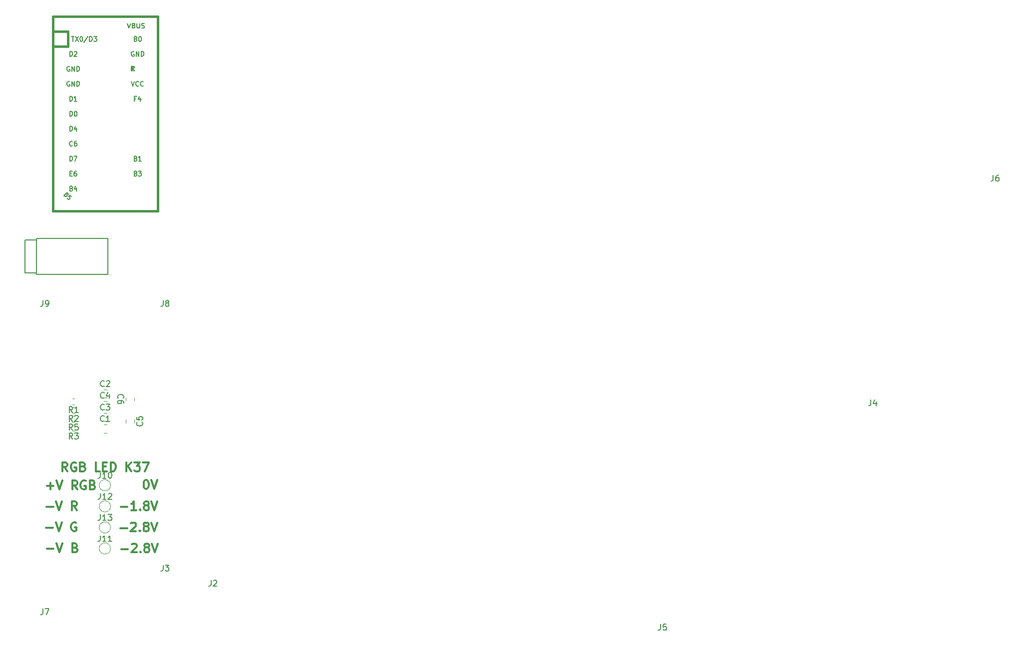
<source format=gto>
G04 #@! TF.GenerationSoftware,KiCad,Pcbnew,(5.1.6)-1*
G04 #@! TF.CreationDate,2020-11-25T22:12:27-08:00*
G04 #@! TF.ProjectId,ortho_right,6f727468-6f5f-4726-9967-68742e6b6963,rev?*
G04 #@! TF.SameCoordinates,Original*
G04 #@! TF.FileFunction,Legend,Top*
G04 #@! TF.FilePolarity,Positive*
%FSLAX46Y46*%
G04 Gerber Fmt 4.6, Leading zero omitted, Abs format (unit mm)*
G04 Created by KiCad (PCBNEW (5.1.6)-1) date 2020-11-25 22:12:27*
%MOMM*%
%LPD*%
G01*
G04 APERTURE LIST*
%ADD10C,0.300000*%
%ADD11C,0.120000*%
%ADD12C,0.381000*%
%ADD13C,0.150000*%
G04 APERTURE END LIST*
D10*
X221942114Y-94530171D02*
X222084971Y-94530171D01*
X222227828Y-94601600D01*
X222299257Y-94673028D01*
X222370685Y-94815885D01*
X222442114Y-95101600D01*
X222442114Y-95458742D01*
X222370685Y-95744457D01*
X222299257Y-95887314D01*
X222227828Y-95958742D01*
X222084971Y-96030171D01*
X221942114Y-96030171D01*
X221799257Y-95958742D01*
X221727828Y-95887314D01*
X221656400Y-95744457D01*
X221584971Y-95458742D01*
X221584971Y-95101600D01*
X221656400Y-94815885D01*
X221727828Y-94673028D01*
X221799257Y-94601600D01*
X221942114Y-94530171D01*
X222870685Y-94530171D02*
X223370685Y-96030171D01*
X223870685Y-94530171D01*
X217700600Y-99107875D02*
X218843457Y-99107875D01*
X220343457Y-99679304D02*
X219486314Y-99679304D01*
X219914885Y-99679304D02*
X219914885Y-98179304D01*
X219772028Y-98393590D01*
X219629171Y-98536447D01*
X219486314Y-98607875D01*
X220986314Y-99536447D02*
X221057742Y-99607875D01*
X220986314Y-99679304D01*
X220914885Y-99607875D01*
X220986314Y-99536447D01*
X220986314Y-99679304D01*
X221914885Y-98822161D02*
X221772028Y-98750733D01*
X221700600Y-98679304D01*
X221629171Y-98536447D01*
X221629171Y-98465018D01*
X221700600Y-98322161D01*
X221772028Y-98250733D01*
X221914885Y-98179304D01*
X222200600Y-98179304D01*
X222343457Y-98250733D01*
X222414885Y-98322161D01*
X222486314Y-98465018D01*
X222486314Y-98536447D01*
X222414885Y-98679304D01*
X222343457Y-98750733D01*
X222200600Y-98822161D01*
X221914885Y-98822161D01*
X221772028Y-98893590D01*
X221700600Y-98965018D01*
X221629171Y-99107875D01*
X221629171Y-99393590D01*
X221700600Y-99536447D01*
X221772028Y-99607875D01*
X221914885Y-99679304D01*
X222200600Y-99679304D01*
X222343457Y-99607875D01*
X222414885Y-99536447D01*
X222486314Y-99393590D01*
X222486314Y-99107875D01*
X222414885Y-98965018D01*
X222343457Y-98893590D01*
X222200600Y-98822161D01*
X222914885Y-98179304D02*
X223414885Y-99679304D01*
X223914885Y-98179304D01*
X217649800Y-102680808D02*
X218792657Y-102680808D01*
X219435514Y-101895094D02*
X219506942Y-101823666D01*
X219649800Y-101752237D01*
X220006942Y-101752237D01*
X220149800Y-101823666D01*
X220221228Y-101895094D01*
X220292657Y-102037951D01*
X220292657Y-102180808D01*
X220221228Y-102395094D01*
X219364085Y-103252237D01*
X220292657Y-103252237D01*
X220935514Y-103109380D02*
X221006942Y-103180808D01*
X220935514Y-103252237D01*
X220864085Y-103180808D01*
X220935514Y-103109380D01*
X220935514Y-103252237D01*
X221864085Y-102395094D02*
X221721228Y-102323666D01*
X221649800Y-102252237D01*
X221578371Y-102109380D01*
X221578371Y-102037951D01*
X221649800Y-101895094D01*
X221721228Y-101823666D01*
X221864085Y-101752237D01*
X222149800Y-101752237D01*
X222292657Y-101823666D01*
X222364085Y-101895094D01*
X222435514Y-102037951D01*
X222435514Y-102109380D01*
X222364085Y-102252237D01*
X222292657Y-102323666D01*
X222149800Y-102395094D01*
X221864085Y-102395094D01*
X221721228Y-102466523D01*
X221649800Y-102537951D01*
X221578371Y-102680808D01*
X221578371Y-102966523D01*
X221649800Y-103109380D01*
X221721228Y-103180808D01*
X221864085Y-103252237D01*
X222149800Y-103252237D01*
X222292657Y-103180808D01*
X222364085Y-103109380D01*
X222435514Y-102966523D01*
X222435514Y-102680808D01*
X222364085Y-102537951D01*
X222292657Y-102466523D01*
X222149800Y-102395094D01*
X222864085Y-101752237D02*
X223364085Y-103252237D01*
X223864085Y-101752237D01*
X217776800Y-106253742D02*
X218919657Y-106253742D01*
X219562514Y-105468028D02*
X219633942Y-105396600D01*
X219776800Y-105325171D01*
X220133942Y-105325171D01*
X220276800Y-105396600D01*
X220348228Y-105468028D01*
X220419657Y-105610885D01*
X220419657Y-105753742D01*
X220348228Y-105968028D01*
X219491085Y-106825171D01*
X220419657Y-106825171D01*
X221062514Y-106682314D02*
X221133942Y-106753742D01*
X221062514Y-106825171D01*
X220991085Y-106753742D01*
X221062514Y-106682314D01*
X221062514Y-106825171D01*
X221991085Y-105968028D02*
X221848228Y-105896600D01*
X221776800Y-105825171D01*
X221705371Y-105682314D01*
X221705371Y-105610885D01*
X221776800Y-105468028D01*
X221848228Y-105396600D01*
X221991085Y-105325171D01*
X222276800Y-105325171D01*
X222419657Y-105396600D01*
X222491085Y-105468028D01*
X222562514Y-105610885D01*
X222562514Y-105682314D01*
X222491085Y-105825171D01*
X222419657Y-105896600D01*
X222276800Y-105968028D01*
X221991085Y-105968028D01*
X221848228Y-106039457D01*
X221776800Y-106110885D01*
X221705371Y-106253742D01*
X221705371Y-106539457D01*
X221776800Y-106682314D01*
X221848228Y-106753742D01*
X221991085Y-106825171D01*
X222276800Y-106825171D01*
X222419657Y-106753742D01*
X222491085Y-106682314D01*
X222562514Y-106539457D01*
X222562514Y-106253742D01*
X222491085Y-106110885D01*
X222419657Y-106039457D01*
X222276800Y-105968028D01*
X222991085Y-105325171D02*
X223491085Y-106825171D01*
X223991085Y-105325171D01*
X208668942Y-93032971D02*
X208168942Y-92318685D01*
X207811800Y-93032971D02*
X207811800Y-91532971D01*
X208383228Y-91532971D01*
X208526085Y-91604400D01*
X208597514Y-91675828D01*
X208668942Y-91818685D01*
X208668942Y-92032971D01*
X208597514Y-92175828D01*
X208526085Y-92247257D01*
X208383228Y-92318685D01*
X207811800Y-92318685D01*
X210097514Y-91604400D02*
X209954657Y-91532971D01*
X209740371Y-91532971D01*
X209526085Y-91604400D01*
X209383228Y-91747257D01*
X209311800Y-91890114D01*
X209240371Y-92175828D01*
X209240371Y-92390114D01*
X209311800Y-92675828D01*
X209383228Y-92818685D01*
X209526085Y-92961542D01*
X209740371Y-93032971D01*
X209883228Y-93032971D01*
X210097514Y-92961542D01*
X210168942Y-92890114D01*
X210168942Y-92390114D01*
X209883228Y-92390114D01*
X211311800Y-92247257D02*
X211526085Y-92318685D01*
X211597514Y-92390114D01*
X211668942Y-92532971D01*
X211668942Y-92747257D01*
X211597514Y-92890114D01*
X211526085Y-92961542D01*
X211383228Y-93032971D01*
X210811800Y-93032971D01*
X210811800Y-91532971D01*
X211311800Y-91532971D01*
X211454657Y-91604400D01*
X211526085Y-91675828D01*
X211597514Y-91818685D01*
X211597514Y-91961542D01*
X211526085Y-92104400D01*
X211454657Y-92175828D01*
X211311800Y-92247257D01*
X210811800Y-92247257D01*
X214168942Y-93032971D02*
X213454657Y-93032971D01*
X213454657Y-91532971D01*
X214668942Y-92247257D02*
X215168942Y-92247257D01*
X215383228Y-93032971D02*
X214668942Y-93032971D01*
X214668942Y-91532971D01*
X215383228Y-91532971D01*
X216026085Y-93032971D02*
X216026085Y-91532971D01*
X216383228Y-91532971D01*
X216597514Y-91604400D01*
X216740371Y-91747257D01*
X216811800Y-91890114D01*
X216883228Y-92175828D01*
X216883228Y-92390114D01*
X216811800Y-92675828D01*
X216740371Y-92818685D01*
X216597514Y-92961542D01*
X216383228Y-93032971D01*
X216026085Y-93032971D01*
X218668942Y-93032971D02*
X218668942Y-91532971D01*
X219526085Y-93032971D02*
X218883228Y-92175828D01*
X219526085Y-91532971D02*
X218668942Y-92390114D01*
X220026085Y-91532971D02*
X220954657Y-91532971D01*
X220454657Y-92104400D01*
X220668942Y-92104400D01*
X220811800Y-92175828D01*
X220883228Y-92247257D01*
X220954657Y-92390114D01*
X220954657Y-92747257D01*
X220883228Y-92890114D01*
X220811800Y-92961542D01*
X220668942Y-93032971D01*
X220240371Y-93032971D01*
X220097514Y-92961542D01*
X220026085Y-92890114D01*
X221454657Y-91532971D02*
X222454657Y-91532971D01*
X221811800Y-93032971D01*
X205185485Y-106228342D02*
X206328342Y-106228342D01*
X206828342Y-105299771D02*
X207328342Y-106799771D01*
X207828342Y-105299771D01*
X209971200Y-106014057D02*
X210185485Y-106085485D01*
X210256914Y-106156914D01*
X210328342Y-106299771D01*
X210328342Y-106514057D01*
X210256914Y-106656914D01*
X210185485Y-106728342D01*
X210042628Y-106799771D01*
X209471200Y-106799771D01*
X209471200Y-105299771D01*
X209971200Y-105299771D01*
X210114057Y-105371200D01*
X210185485Y-105442628D01*
X210256914Y-105585485D01*
X210256914Y-105728342D01*
X210185485Y-105871200D01*
X210114057Y-105942628D01*
X209971200Y-106014057D01*
X209471200Y-106014057D01*
X205058485Y-102655408D02*
X206201342Y-102655408D01*
X206701342Y-101726837D02*
X207201342Y-103226837D01*
X207701342Y-101726837D01*
X210129914Y-101798266D02*
X209987057Y-101726837D01*
X209772771Y-101726837D01*
X209558485Y-101798266D01*
X209415628Y-101941123D01*
X209344200Y-102083980D01*
X209272771Y-102369694D01*
X209272771Y-102583980D01*
X209344200Y-102869694D01*
X209415628Y-103012551D01*
X209558485Y-103155408D01*
X209772771Y-103226837D01*
X209915628Y-103226837D01*
X210129914Y-103155408D01*
X210201342Y-103083980D01*
X210201342Y-102583980D01*
X209915628Y-102583980D01*
X205109285Y-99082475D02*
X206252142Y-99082475D01*
X206752142Y-98153904D02*
X207252142Y-99653904D01*
X207752142Y-98153904D01*
X210252142Y-99653904D02*
X209752142Y-98939618D01*
X209395000Y-99653904D02*
X209395000Y-98153904D01*
X209966428Y-98153904D01*
X210109285Y-98225333D01*
X210180714Y-98296761D01*
X210252142Y-98439618D01*
X210252142Y-98653904D01*
X210180714Y-98796761D01*
X210109285Y-98868190D01*
X209966428Y-98939618D01*
X209395000Y-98939618D01*
X205184085Y-95560342D02*
X206326942Y-95560342D01*
X205755514Y-96131771D02*
X205755514Y-94988914D01*
X206826942Y-94631771D02*
X207326942Y-96131771D01*
X207826942Y-94631771D01*
X210326942Y-96131771D02*
X209826942Y-95417485D01*
X209469800Y-96131771D02*
X209469800Y-94631771D01*
X210041228Y-94631771D01*
X210184085Y-94703200D01*
X210255514Y-94774628D01*
X210326942Y-94917485D01*
X210326942Y-95131771D01*
X210255514Y-95274628D01*
X210184085Y-95346057D01*
X210041228Y-95417485D01*
X209469800Y-95417485D01*
X211755514Y-94703200D02*
X211612657Y-94631771D01*
X211398371Y-94631771D01*
X211184085Y-94703200D01*
X211041228Y-94846057D01*
X210969800Y-94988914D01*
X210898371Y-95274628D01*
X210898371Y-95488914D01*
X210969800Y-95774628D01*
X211041228Y-95917485D01*
X211184085Y-96060342D01*
X211398371Y-96131771D01*
X211541228Y-96131771D01*
X211755514Y-96060342D01*
X211826942Y-95988914D01*
X211826942Y-95488914D01*
X211541228Y-95488914D01*
X212969800Y-95346057D02*
X213184085Y-95417485D01*
X213255514Y-95488914D01*
X213326942Y-95631771D01*
X213326942Y-95846057D01*
X213255514Y-95988914D01*
X213184085Y-96060342D01*
X213041228Y-96131771D01*
X212469800Y-96131771D01*
X212469800Y-94631771D01*
X212969800Y-94631771D01*
X213112657Y-94703200D01*
X213184085Y-94774628D01*
X213255514Y-94917485D01*
X213255514Y-95060342D01*
X213184085Y-95203200D01*
X213112657Y-95274628D01*
X212969800Y-95346057D01*
X212469800Y-95346057D01*
D11*
X215973700Y-102569432D02*
G75*
G03*
X215973700Y-102569432I-950000J0D01*
G01*
X215973700Y-98992266D02*
G75*
G03*
X215973700Y-98992266I-950000J0D01*
G01*
X215973700Y-106146600D02*
G75*
G03*
X215973700Y-106146600I-950000J0D01*
G01*
X215973700Y-95415100D02*
G75*
G03*
X215973700Y-95415100I-950000J0D01*
G01*
X209873667Y-83665600D02*
X209531133Y-83665600D01*
X209873667Y-84685600D02*
X209531133Y-84685600D01*
X209873667Y-85164200D02*
X209531133Y-85164200D01*
X209873667Y-86184200D02*
X209531133Y-86184200D01*
X209873667Y-82167000D02*
X209531133Y-82167000D01*
X209873667Y-83187000D02*
X209531133Y-83187000D01*
X209873667Y-80668400D02*
X209531133Y-80668400D01*
X209873667Y-81688400D02*
X209531133Y-81688400D01*
X220013600Y-81058652D02*
X220013600Y-80536148D01*
X218593600Y-81058652D02*
X218593600Y-80536148D01*
X218593600Y-84295348D02*
X218593600Y-84817852D01*
X220013600Y-84295348D02*
X220013600Y-84817852D01*
X214800548Y-82548800D02*
X215323052Y-82548800D01*
X214800548Y-81128800D02*
X215323052Y-81128800D01*
X214800548Y-84555400D02*
X215323052Y-84555400D01*
X214800548Y-83135400D02*
X215323052Y-83135400D01*
X214800548Y-80567600D02*
X215323052Y-80567600D01*
X214800548Y-79147600D02*
X215323052Y-79147600D01*
X214800548Y-86511200D02*
X215323052Y-86511200D01*
X214800548Y-85091200D02*
X215323052Y-85091200D01*
D12*
X208749900Y-18415000D02*
X206209900Y-18415000D01*
X206209900Y-15875000D02*
X206209900Y-18415000D01*
X223989900Y-15875000D02*
X206209900Y-15875000D01*
X223989900Y-18415000D02*
X223989900Y-15875000D01*
D13*
G36*
X220031468Y-24894360D02*
G01*
X220031468Y-25094360D01*
X219931468Y-25094360D01*
X219931468Y-24894360D01*
X220031468Y-24894360D01*
G37*
X220031468Y-24894360D02*
X220031468Y-25094360D01*
X219931468Y-25094360D01*
X219931468Y-24894360D01*
X220031468Y-24894360D01*
G36*
X219631468Y-24294360D02*
G01*
X219631468Y-25094360D01*
X219531468Y-25094360D01*
X219531468Y-24294360D01*
X219631468Y-24294360D01*
G37*
X219631468Y-24294360D02*
X219631468Y-25094360D01*
X219531468Y-25094360D01*
X219531468Y-24294360D01*
X219631468Y-24294360D01*
G36*
X220031468Y-24294360D02*
G01*
X220031468Y-24394360D01*
X219531468Y-24394360D01*
X219531468Y-24294360D01*
X220031468Y-24294360D01*
G37*
X220031468Y-24294360D02*
X220031468Y-24394360D01*
X219531468Y-24394360D01*
X219531468Y-24294360D01*
X220031468Y-24294360D01*
G36*
X219831468Y-24694360D02*
G01*
X219831468Y-24794360D01*
X219731468Y-24794360D01*
X219731468Y-24694360D01*
X219831468Y-24694360D01*
G37*
X219831468Y-24694360D02*
X219831468Y-24794360D01*
X219731468Y-24794360D01*
X219731468Y-24694360D01*
X219831468Y-24694360D01*
G36*
X220031468Y-24294360D02*
G01*
X220031468Y-24594360D01*
X219931468Y-24594360D01*
X219931468Y-24294360D01*
X220031468Y-24294360D01*
G37*
X220031468Y-24294360D02*
X220031468Y-24594360D01*
X219931468Y-24594360D01*
X219931468Y-24294360D01*
X220031468Y-24294360D01*
D12*
X208749900Y-20955000D02*
X206209900Y-20955000D01*
X208749900Y-18415000D02*
X208749900Y-20955000D01*
X223989900Y-48895000D02*
X223989900Y-18415000D01*
X206209900Y-48895000D02*
X223989900Y-48895000D01*
X206209900Y-18415000D02*
X206209900Y-48895000D01*
D13*
X201441300Y-53750000D02*
X201441300Y-59350000D01*
X203441300Y-59350000D02*
X201441300Y-59350000D01*
X203441300Y-53750000D02*
X201441300Y-53750000D01*
X203441300Y-59600000D02*
X215541300Y-59600000D01*
X203441300Y-53500000D02*
X215541300Y-53500000D01*
X215541300Y-53500000D02*
X215541300Y-59600000D01*
X203441300Y-53500000D02*
X203441300Y-59600000D01*
X214214176Y-100373812D02*
X214214176Y-101088098D01*
X214166557Y-101230955D01*
X214071319Y-101326193D01*
X213928461Y-101373812D01*
X213833223Y-101373812D01*
X215214176Y-101373812D02*
X214642747Y-101373812D01*
X214928461Y-101373812D02*
X214928461Y-100373812D01*
X214833223Y-100516670D01*
X214737985Y-100611908D01*
X214642747Y-100659527D01*
X215547509Y-100373812D02*
X216166557Y-100373812D01*
X215833223Y-100754765D01*
X215976080Y-100754765D01*
X216071319Y-100802384D01*
X216118938Y-100850003D01*
X216166557Y-100945241D01*
X216166557Y-101183336D01*
X216118938Y-101278574D01*
X216071319Y-101326193D01*
X215976080Y-101373812D01*
X215690366Y-101373812D01*
X215595128Y-101326193D01*
X215547509Y-101278574D01*
X214214176Y-96796646D02*
X214214176Y-97510932D01*
X214166557Y-97653789D01*
X214071319Y-97749027D01*
X213928461Y-97796646D01*
X213833223Y-97796646D01*
X215214176Y-97796646D02*
X214642747Y-97796646D01*
X214928461Y-97796646D02*
X214928461Y-96796646D01*
X214833223Y-96939504D01*
X214737985Y-97034742D01*
X214642747Y-97082361D01*
X215595128Y-96891885D02*
X215642747Y-96844266D01*
X215737985Y-96796646D01*
X215976080Y-96796646D01*
X216071319Y-96844266D01*
X216118938Y-96891885D01*
X216166557Y-96987123D01*
X216166557Y-97082361D01*
X216118938Y-97225218D01*
X215547509Y-97796646D01*
X216166557Y-97796646D01*
X214214176Y-103950980D02*
X214214176Y-104665266D01*
X214166557Y-104808123D01*
X214071319Y-104903361D01*
X213928461Y-104950980D01*
X213833223Y-104950980D01*
X215214176Y-104950980D02*
X214642747Y-104950980D01*
X214928461Y-104950980D02*
X214928461Y-103950980D01*
X214833223Y-104093838D01*
X214737985Y-104189076D01*
X214642747Y-104236695D01*
X216166557Y-104950980D02*
X215595128Y-104950980D01*
X215880842Y-104950980D02*
X215880842Y-103950980D01*
X215785604Y-104093838D01*
X215690366Y-104189076D01*
X215595128Y-104236695D01*
X214214176Y-93219480D02*
X214214176Y-93933766D01*
X214166557Y-94076623D01*
X214071319Y-94171861D01*
X213928461Y-94219480D01*
X213833223Y-94219480D01*
X215214176Y-94219480D02*
X214642747Y-94219480D01*
X214928461Y-94219480D02*
X214928461Y-93219480D01*
X214833223Y-93362338D01*
X214737985Y-93457576D01*
X214642747Y-93505195D01*
X215833223Y-93219480D02*
X215928461Y-93219480D01*
X216023700Y-93267100D01*
X216071319Y-93314719D01*
X216118938Y-93409957D01*
X216166557Y-93600433D01*
X216166557Y-93838528D01*
X216118938Y-94029004D01*
X216071319Y-94124242D01*
X216023700Y-94171861D01*
X215928461Y-94219480D01*
X215833223Y-94219480D01*
X215737985Y-94171861D01*
X215690366Y-94124242D01*
X215642747Y-94029004D01*
X215595128Y-93838528D01*
X215595128Y-93600433D01*
X215642747Y-93409957D01*
X215690366Y-93314719D01*
X215737985Y-93267100D01*
X215833223Y-93219480D01*
X209535733Y-86057980D02*
X209202400Y-85581790D01*
X208964304Y-86057980D02*
X208964304Y-85057980D01*
X209345257Y-85057980D01*
X209440495Y-85105600D01*
X209488114Y-85153219D01*
X209535733Y-85248457D01*
X209535733Y-85391314D01*
X209488114Y-85486552D01*
X209440495Y-85534171D01*
X209345257Y-85581790D01*
X208964304Y-85581790D01*
X210440495Y-85057980D02*
X209964304Y-85057980D01*
X209916685Y-85534171D01*
X209964304Y-85486552D01*
X210059542Y-85438933D01*
X210297638Y-85438933D01*
X210392876Y-85486552D01*
X210440495Y-85534171D01*
X210488114Y-85629409D01*
X210488114Y-85867504D01*
X210440495Y-85962742D01*
X210392876Y-86010361D01*
X210297638Y-86057980D01*
X210059542Y-86057980D01*
X209964304Y-86010361D01*
X209916685Y-85962742D01*
X209535733Y-87556580D02*
X209202400Y-87080390D01*
X208964304Y-87556580D02*
X208964304Y-86556580D01*
X209345257Y-86556580D01*
X209440495Y-86604200D01*
X209488114Y-86651819D01*
X209535733Y-86747057D01*
X209535733Y-86889914D01*
X209488114Y-86985152D01*
X209440495Y-87032771D01*
X209345257Y-87080390D01*
X208964304Y-87080390D01*
X209869066Y-86556580D02*
X210488114Y-86556580D01*
X210154780Y-86937533D01*
X210297638Y-86937533D01*
X210392876Y-86985152D01*
X210440495Y-87032771D01*
X210488114Y-87128009D01*
X210488114Y-87366104D01*
X210440495Y-87461342D01*
X210392876Y-87508961D01*
X210297638Y-87556580D01*
X210011923Y-87556580D01*
X209916685Y-87508961D01*
X209869066Y-87461342D01*
X209535733Y-84559380D02*
X209202400Y-84083190D01*
X208964304Y-84559380D02*
X208964304Y-83559380D01*
X209345257Y-83559380D01*
X209440495Y-83607000D01*
X209488114Y-83654619D01*
X209535733Y-83749857D01*
X209535733Y-83892714D01*
X209488114Y-83987952D01*
X209440495Y-84035571D01*
X209345257Y-84083190D01*
X208964304Y-84083190D01*
X209916685Y-83654619D02*
X209964304Y-83607000D01*
X210059542Y-83559380D01*
X210297638Y-83559380D01*
X210392876Y-83607000D01*
X210440495Y-83654619D01*
X210488114Y-83749857D01*
X210488114Y-83845095D01*
X210440495Y-83987952D01*
X209869066Y-84559380D01*
X210488114Y-84559380D01*
X209535733Y-83060780D02*
X209202400Y-82584590D01*
X208964304Y-83060780D02*
X208964304Y-82060780D01*
X209345257Y-82060780D01*
X209440495Y-82108400D01*
X209488114Y-82156019D01*
X209535733Y-82251257D01*
X209535733Y-82394114D01*
X209488114Y-82489352D01*
X209440495Y-82536971D01*
X209345257Y-82584590D01*
X208964304Y-82584590D01*
X210488114Y-83060780D02*
X209916685Y-83060780D01*
X210202400Y-83060780D02*
X210202400Y-82060780D01*
X210107161Y-82203638D01*
X210011923Y-82298876D01*
X209916685Y-82346495D01*
X217296457Y-80630733D02*
X217248838Y-80583114D01*
X217201219Y-80440257D01*
X217201219Y-80345019D01*
X217248838Y-80202161D01*
X217344076Y-80106923D01*
X217439314Y-80059304D01*
X217629790Y-80011685D01*
X217772647Y-80011685D01*
X217963123Y-80059304D01*
X218058361Y-80106923D01*
X218153600Y-80202161D01*
X218201219Y-80345019D01*
X218201219Y-80440257D01*
X218153600Y-80583114D01*
X218105980Y-80630733D01*
X218201219Y-81487876D02*
X218201219Y-81297400D01*
X218153600Y-81202161D01*
X218105980Y-81154542D01*
X217963123Y-81059304D01*
X217772647Y-81011685D01*
X217391695Y-81011685D01*
X217296457Y-81059304D01*
X217248838Y-81106923D01*
X217201219Y-81202161D01*
X217201219Y-81392638D01*
X217248838Y-81487876D01*
X217296457Y-81535495D01*
X217391695Y-81583114D01*
X217629790Y-81583114D01*
X217725028Y-81535495D01*
X217772647Y-81487876D01*
X217820266Y-81392638D01*
X217820266Y-81202161D01*
X217772647Y-81106923D01*
X217725028Y-81059304D01*
X217629790Y-81011685D01*
X221310742Y-84723266D02*
X221358361Y-84770885D01*
X221405980Y-84913742D01*
X221405980Y-85008980D01*
X221358361Y-85151838D01*
X221263123Y-85247076D01*
X221167885Y-85294695D01*
X220977409Y-85342314D01*
X220834552Y-85342314D01*
X220644076Y-85294695D01*
X220548838Y-85247076D01*
X220453600Y-85151838D01*
X220405980Y-85008980D01*
X220405980Y-84913742D01*
X220453600Y-84770885D01*
X220501219Y-84723266D01*
X220405980Y-83818504D02*
X220405980Y-84294695D01*
X220882171Y-84342314D01*
X220834552Y-84294695D01*
X220786933Y-84199457D01*
X220786933Y-83961361D01*
X220834552Y-83866123D01*
X220882171Y-83818504D01*
X220977409Y-83770885D01*
X221215504Y-83770885D01*
X221310742Y-83818504D01*
X221358361Y-83866123D01*
X221405980Y-83961361D01*
X221405980Y-84199457D01*
X221358361Y-84294695D01*
X221310742Y-84342314D01*
X214895133Y-80545942D02*
X214847514Y-80593561D01*
X214704657Y-80641180D01*
X214609419Y-80641180D01*
X214466561Y-80593561D01*
X214371323Y-80498323D01*
X214323704Y-80403085D01*
X214276085Y-80212609D01*
X214276085Y-80069752D01*
X214323704Y-79879276D01*
X214371323Y-79784038D01*
X214466561Y-79688800D01*
X214609419Y-79641180D01*
X214704657Y-79641180D01*
X214847514Y-79688800D01*
X214895133Y-79736419D01*
X215752276Y-79974514D02*
X215752276Y-80641180D01*
X215514180Y-79593561D02*
X215276085Y-80307847D01*
X215895133Y-80307847D01*
X214895133Y-82552542D02*
X214847514Y-82600161D01*
X214704657Y-82647780D01*
X214609419Y-82647780D01*
X214466561Y-82600161D01*
X214371323Y-82504923D01*
X214323704Y-82409685D01*
X214276085Y-82219209D01*
X214276085Y-82076352D01*
X214323704Y-81885876D01*
X214371323Y-81790638D01*
X214466561Y-81695400D01*
X214609419Y-81647780D01*
X214704657Y-81647780D01*
X214847514Y-81695400D01*
X214895133Y-81743019D01*
X215228466Y-81647780D02*
X215847514Y-81647780D01*
X215514180Y-82028733D01*
X215657038Y-82028733D01*
X215752276Y-82076352D01*
X215799895Y-82123971D01*
X215847514Y-82219209D01*
X215847514Y-82457304D01*
X215799895Y-82552542D01*
X215752276Y-82600161D01*
X215657038Y-82647780D01*
X215371323Y-82647780D01*
X215276085Y-82600161D01*
X215228466Y-82552542D01*
X214895133Y-78564742D02*
X214847514Y-78612361D01*
X214704657Y-78659980D01*
X214609419Y-78659980D01*
X214466561Y-78612361D01*
X214371323Y-78517123D01*
X214323704Y-78421885D01*
X214276085Y-78231409D01*
X214276085Y-78088552D01*
X214323704Y-77898076D01*
X214371323Y-77802838D01*
X214466561Y-77707600D01*
X214609419Y-77659980D01*
X214704657Y-77659980D01*
X214847514Y-77707600D01*
X214895133Y-77755219D01*
X215276085Y-77755219D02*
X215323704Y-77707600D01*
X215418942Y-77659980D01*
X215657038Y-77659980D01*
X215752276Y-77707600D01*
X215799895Y-77755219D01*
X215847514Y-77850457D01*
X215847514Y-77945695D01*
X215799895Y-78088552D01*
X215228466Y-78659980D01*
X215847514Y-78659980D01*
X214895133Y-84508342D02*
X214847514Y-84555961D01*
X214704657Y-84603580D01*
X214609419Y-84603580D01*
X214466561Y-84555961D01*
X214371323Y-84460723D01*
X214323704Y-84365485D01*
X214276085Y-84175009D01*
X214276085Y-84032152D01*
X214323704Y-83841676D01*
X214371323Y-83746438D01*
X214466561Y-83651200D01*
X214609419Y-83603580D01*
X214704657Y-83603580D01*
X214847514Y-83651200D01*
X214895133Y-83698819D01*
X215847514Y-84603580D02*
X215276085Y-84603580D01*
X215561800Y-84603580D02*
X215561800Y-83603580D01*
X215466561Y-83746438D01*
X215371323Y-83841676D01*
X215276085Y-83889295D01*
X218840233Y-16996904D02*
X219106900Y-17796904D01*
X219373566Y-16996904D01*
X219906900Y-17377857D02*
X220021185Y-17415952D01*
X220059280Y-17454047D01*
X220097376Y-17530238D01*
X220097376Y-17644523D01*
X220059280Y-17720714D01*
X220021185Y-17758809D01*
X219944995Y-17796904D01*
X219640233Y-17796904D01*
X219640233Y-16996904D01*
X219906900Y-16996904D01*
X219983090Y-17035000D01*
X220021185Y-17073095D01*
X220059280Y-17149285D01*
X220059280Y-17225476D01*
X220021185Y-17301666D01*
X219983090Y-17339761D01*
X219906900Y-17377857D01*
X219640233Y-17377857D01*
X220440233Y-16996904D02*
X220440233Y-17644523D01*
X220478328Y-17720714D01*
X220516423Y-17758809D01*
X220592614Y-17796904D01*
X220744995Y-17796904D01*
X220821185Y-17758809D01*
X220859280Y-17720714D01*
X220897376Y-17644523D01*
X220897376Y-16996904D01*
X221240233Y-17758809D02*
X221354519Y-17796904D01*
X221544995Y-17796904D01*
X221621185Y-17758809D01*
X221659280Y-17720714D01*
X221697376Y-17644523D01*
X221697376Y-17568333D01*
X221659280Y-17492142D01*
X221621185Y-17454047D01*
X221544995Y-17415952D01*
X221392614Y-17377857D01*
X221316423Y-17339761D01*
X221278328Y-17301666D01*
X221240233Y-17225476D01*
X221240233Y-17149285D01*
X221278328Y-17073095D01*
X221316423Y-17035000D01*
X221392614Y-16996904D01*
X221583090Y-16996904D01*
X221697376Y-17035000D01*
X218840233Y-16996904D02*
X219106900Y-17796904D01*
X219373566Y-16996904D01*
X219906900Y-17377857D02*
X220021185Y-17415952D01*
X220059280Y-17454047D01*
X220097376Y-17530238D01*
X220097376Y-17644523D01*
X220059280Y-17720714D01*
X220021185Y-17758809D01*
X219944995Y-17796904D01*
X219640233Y-17796904D01*
X219640233Y-16996904D01*
X219906900Y-16996904D01*
X219983090Y-17035000D01*
X220021185Y-17073095D01*
X220059280Y-17149285D01*
X220059280Y-17225476D01*
X220021185Y-17301666D01*
X219983090Y-17339761D01*
X219906900Y-17377857D01*
X219640233Y-17377857D01*
X220440233Y-16996904D02*
X220440233Y-17644523D01*
X220478328Y-17720714D01*
X220516423Y-17758809D01*
X220592614Y-17796904D01*
X220744995Y-17796904D01*
X220821185Y-17758809D01*
X220859280Y-17720714D01*
X220897376Y-17644523D01*
X220897376Y-16996904D01*
X221240233Y-17758809D02*
X221354519Y-17796904D01*
X221544995Y-17796904D01*
X221621185Y-17758809D01*
X221659280Y-17720714D01*
X221697376Y-17644523D01*
X221697376Y-17568333D01*
X221659280Y-17492142D01*
X221621185Y-17454047D01*
X221544995Y-17415952D01*
X221392614Y-17377857D01*
X221316423Y-17339761D01*
X221278328Y-17301666D01*
X221240233Y-17225476D01*
X221240233Y-17149285D01*
X221278328Y-17073095D01*
X221316423Y-17035000D01*
X221392614Y-16996904D01*
X221583090Y-16996904D01*
X221697376Y-17035000D01*
X209048423Y-22586904D02*
X209048423Y-21786904D01*
X209238900Y-21786904D01*
X209353185Y-21825000D01*
X209429376Y-21901190D01*
X209467471Y-21977380D01*
X209505566Y-22129761D01*
X209505566Y-22244047D01*
X209467471Y-22396428D01*
X209429376Y-22472619D01*
X209353185Y-22548809D01*
X209238900Y-22586904D01*
X209048423Y-22586904D01*
X209810328Y-21863095D02*
X209848423Y-21825000D01*
X209924614Y-21786904D01*
X210115090Y-21786904D01*
X210191280Y-21825000D01*
X210229376Y-21863095D01*
X210267471Y-21939285D01*
X210267471Y-22015476D01*
X210229376Y-22129761D01*
X209772233Y-22586904D01*
X210267471Y-22586904D01*
X209048423Y-32746904D02*
X209048423Y-31946904D01*
X209238900Y-31946904D01*
X209353185Y-31985000D01*
X209429376Y-32061190D01*
X209467471Y-32137380D01*
X209505566Y-32289761D01*
X209505566Y-32404047D01*
X209467471Y-32556428D01*
X209429376Y-32632619D01*
X209353185Y-32708809D01*
X209238900Y-32746904D01*
X209048423Y-32746904D01*
X210000804Y-31946904D02*
X210076995Y-31946904D01*
X210153185Y-31985000D01*
X210191280Y-32023095D01*
X210229376Y-32099285D01*
X210267471Y-32251666D01*
X210267471Y-32442142D01*
X210229376Y-32594523D01*
X210191280Y-32670714D01*
X210153185Y-32708809D01*
X210076995Y-32746904D01*
X210000804Y-32746904D01*
X209924614Y-32708809D01*
X209886519Y-32670714D01*
X209848423Y-32594523D01*
X209810328Y-32442142D01*
X209810328Y-32251666D01*
X209848423Y-32099285D01*
X209886519Y-32023095D01*
X209924614Y-31985000D01*
X210000804Y-31946904D01*
X209048423Y-30206904D02*
X209048423Y-29406904D01*
X209238900Y-29406904D01*
X209353185Y-29445000D01*
X209429376Y-29521190D01*
X209467471Y-29597380D01*
X209505566Y-29749761D01*
X209505566Y-29864047D01*
X209467471Y-30016428D01*
X209429376Y-30092619D01*
X209353185Y-30168809D01*
X209238900Y-30206904D01*
X209048423Y-30206904D01*
X210267471Y-30206904D02*
X209810328Y-30206904D01*
X210038900Y-30206904D02*
X210038900Y-29406904D01*
X209962709Y-29521190D01*
X209886519Y-29597380D01*
X209810328Y-29635476D01*
X209029376Y-26905000D02*
X208953185Y-26866904D01*
X208838900Y-26866904D01*
X208724614Y-26905000D01*
X208648423Y-26981190D01*
X208610328Y-27057380D01*
X208572233Y-27209761D01*
X208572233Y-27324047D01*
X208610328Y-27476428D01*
X208648423Y-27552619D01*
X208724614Y-27628809D01*
X208838900Y-27666904D01*
X208915090Y-27666904D01*
X209029376Y-27628809D01*
X209067471Y-27590714D01*
X209067471Y-27324047D01*
X208915090Y-27324047D01*
X209410328Y-27666904D02*
X209410328Y-26866904D01*
X209867471Y-27666904D01*
X209867471Y-26866904D01*
X210248423Y-27666904D02*
X210248423Y-26866904D01*
X210438900Y-26866904D01*
X210553185Y-26905000D01*
X210629376Y-26981190D01*
X210667471Y-27057380D01*
X210705566Y-27209761D01*
X210705566Y-27324047D01*
X210667471Y-27476428D01*
X210629376Y-27552619D01*
X210553185Y-27628809D01*
X210438900Y-27666904D01*
X210248423Y-27666904D01*
X209048423Y-35286904D02*
X209048423Y-34486904D01*
X209238900Y-34486904D01*
X209353185Y-34525000D01*
X209429376Y-34601190D01*
X209467471Y-34677380D01*
X209505566Y-34829761D01*
X209505566Y-34944047D01*
X209467471Y-35096428D01*
X209429376Y-35172619D01*
X209353185Y-35248809D01*
X209238900Y-35286904D01*
X209048423Y-35286904D01*
X210191280Y-34753571D02*
X210191280Y-35286904D01*
X210000804Y-34448809D02*
X209810328Y-35020238D01*
X210305566Y-35020238D01*
X209505566Y-37750714D02*
X209467471Y-37788809D01*
X209353185Y-37826904D01*
X209276995Y-37826904D01*
X209162709Y-37788809D01*
X209086519Y-37712619D01*
X209048423Y-37636428D01*
X209010328Y-37484047D01*
X209010328Y-37369761D01*
X209048423Y-37217380D01*
X209086519Y-37141190D01*
X209162709Y-37065000D01*
X209276995Y-37026904D01*
X209353185Y-37026904D01*
X209467471Y-37065000D01*
X209505566Y-37103095D01*
X210191280Y-37026904D02*
X210038900Y-37026904D01*
X209962709Y-37065000D01*
X209924614Y-37103095D01*
X209848423Y-37217380D01*
X209810328Y-37369761D01*
X209810328Y-37674523D01*
X209848423Y-37750714D01*
X209886519Y-37788809D01*
X209962709Y-37826904D01*
X210115090Y-37826904D01*
X210191280Y-37788809D01*
X210229376Y-37750714D01*
X210267471Y-37674523D01*
X210267471Y-37484047D01*
X210229376Y-37407857D01*
X210191280Y-37369761D01*
X210115090Y-37331666D01*
X209962709Y-37331666D01*
X209886519Y-37369761D01*
X209848423Y-37407857D01*
X209810328Y-37484047D01*
X209048423Y-40366904D02*
X209048423Y-39566904D01*
X209238900Y-39566904D01*
X209353185Y-39605000D01*
X209429376Y-39681190D01*
X209467471Y-39757380D01*
X209505566Y-39909761D01*
X209505566Y-40024047D01*
X209467471Y-40176428D01*
X209429376Y-40252619D01*
X209353185Y-40328809D01*
X209238900Y-40366904D01*
X209048423Y-40366904D01*
X209772233Y-39566904D02*
X210305566Y-39566904D01*
X209962709Y-40366904D01*
X209086519Y-42487857D02*
X209353185Y-42487857D01*
X209467471Y-42906904D02*
X209086519Y-42906904D01*
X209086519Y-42106904D01*
X209467471Y-42106904D01*
X210153185Y-42106904D02*
X210000804Y-42106904D01*
X209924614Y-42145000D01*
X209886519Y-42183095D01*
X209810328Y-42297380D01*
X209772233Y-42449761D01*
X209772233Y-42754523D01*
X209810328Y-42830714D01*
X209848423Y-42868809D01*
X209924614Y-42906904D01*
X210076995Y-42906904D01*
X210153185Y-42868809D01*
X210191280Y-42830714D01*
X210229376Y-42754523D01*
X210229376Y-42564047D01*
X210191280Y-42487857D01*
X210153185Y-42449761D01*
X210076995Y-42411666D01*
X209924614Y-42411666D01*
X209848423Y-42449761D01*
X209810328Y-42487857D01*
X209772233Y-42564047D01*
X209315090Y-45027857D02*
X209429376Y-45065952D01*
X209467471Y-45104047D01*
X209505566Y-45180238D01*
X209505566Y-45294523D01*
X209467471Y-45370714D01*
X209429376Y-45408809D01*
X209353185Y-45446904D01*
X209048423Y-45446904D01*
X209048423Y-44646904D01*
X209315090Y-44646904D01*
X209391280Y-44685000D01*
X209429376Y-44723095D01*
X209467471Y-44799285D01*
X209467471Y-44875476D01*
X209429376Y-44951666D01*
X209391280Y-44989761D01*
X209315090Y-45027857D01*
X209048423Y-45027857D01*
X210191280Y-44913571D02*
X210191280Y-45446904D01*
X210000804Y-44608809D02*
X209810328Y-45180238D01*
X210305566Y-45180238D01*
X208534908Y-46119297D02*
X208582048Y-46213578D01*
X208582048Y-46260719D01*
X208558478Y-46331429D01*
X208487767Y-46402140D01*
X208417057Y-46425710D01*
X208369916Y-46425710D01*
X208299206Y-46402140D01*
X208110644Y-46213578D01*
X208605619Y-45718603D01*
X208770610Y-45883595D01*
X208794180Y-45954306D01*
X208794180Y-46001446D01*
X208770610Y-46072157D01*
X208723470Y-46119297D01*
X208652759Y-46142867D01*
X208605619Y-46142867D01*
X208534908Y-46119297D01*
X208369916Y-45954306D01*
X209336296Y-46449280D02*
X209100593Y-46213578D01*
X208841321Y-46425710D01*
X208888461Y-46425710D01*
X208959172Y-46449280D01*
X209077023Y-46567132D01*
X209100593Y-46637842D01*
X209100593Y-46684983D01*
X209077023Y-46755693D01*
X208959172Y-46873544D01*
X208888461Y-46897115D01*
X208841321Y-46897115D01*
X208770610Y-46873544D01*
X208652759Y-46755693D01*
X208629189Y-46684983D01*
X208629189Y-46637842D01*
X220237090Y-42487857D02*
X220351376Y-42525952D01*
X220389471Y-42564047D01*
X220427566Y-42640238D01*
X220427566Y-42754523D01*
X220389471Y-42830714D01*
X220351376Y-42868809D01*
X220275185Y-42906904D01*
X219970423Y-42906904D01*
X219970423Y-42106904D01*
X220237090Y-42106904D01*
X220313280Y-42145000D01*
X220351376Y-42183095D01*
X220389471Y-42259285D01*
X220389471Y-42335476D01*
X220351376Y-42411666D01*
X220313280Y-42449761D01*
X220237090Y-42487857D01*
X219970423Y-42487857D01*
X220694233Y-42106904D02*
X221189471Y-42106904D01*
X220922804Y-42411666D01*
X221037090Y-42411666D01*
X221113280Y-42449761D01*
X221151376Y-42487857D01*
X221189471Y-42564047D01*
X221189471Y-42754523D01*
X221151376Y-42830714D01*
X221113280Y-42868809D01*
X221037090Y-42906904D01*
X220808519Y-42906904D01*
X220732328Y-42868809D01*
X220694233Y-42830714D01*
X220237090Y-39947857D02*
X220351376Y-39985952D01*
X220389471Y-40024047D01*
X220427566Y-40100238D01*
X220427566Y-40214523D01*
X220389471Y-40290714D01*
X220351376Y-40328809D01*
X220275185Y-40366904D01*
X219970423Y-40366904D01*
X219970423Y-39566904D01*
X220237090Y-39566904D01*
X220313280Y-39605000D01*
X220351376Y-39643095D01*
X220389471Y-39719285D01*
X220389471Y-39795476D01*
X220351376Y-39871666D01*
X220313280Y-39909761D01*
X220237090Y-39947857D01*
X219970423Y-39947857D01*
X221189471Y-40366904D02*
X220732328Y-40366904D01*
X220960900Y-40366904D02*
X220960900Y-39566904D01*
X220884709Y-39681190D01*
X220808519Y-39757380D01*
X220732328Y-39795476D01*
X220294233Y-29787857D02*
X220027566Y-29787857D01*
X220027566Y-30206904D02*
X220027566Y-29406904D01*
X220408519Y-29406904D01*
X221056138Y-29673571D02*
X221056138Y-30206904D01*
X220865661Y-29368809D02*
X220675185Y-29940238D01*
X221170423Y-29940238D01*
X219494233Y-26866904D02*
X219760900Y-27666904D01*
X220027566Y-26866904D01*
X220751376Y-27590714D02*
X220713280Y-27628809D01*
X220598995Y-27666904D01*
X220522804Y-27666904D01*
X220408519Y-27628809D01*
X220332328Y-27552619D01*
X220294233Y-27476428D01*
X220256138Y-27324047D01*
X220256138Y-27209761D01*
X220294233Y-27057380D01*
X220332328Y-26981190D01*
X220408519Y-26905000D01*
X220522804Y-26866904D01*
X220598995Y-26866904D01*
X220713280Y-26905000D01*
X220751376Y-26943095D01*
X221551376Y-27590714D02*
X221513280Y-27628809D01*
X221398995Y-27666904D01*
X221322804Y-27666904D01*
X221208519Y-27628809D01*
X221132328Y-27552619D01*
X221094233Y-27476428D01*
X221056138Y-27324047D01*
X221056138Y-27209761D01*
X221094233Y-27057380D01*
X221132328Y-26981190D01*
X221208519Y-26905000D01*
X221322804Y-26866904D01*
X221398995Y-26866904D01*
X221513280Y-26905000D01*
X221551376Y-26943095D01*
X220237090Y-19627857D02*
X220351376Y-19665952D01*
X220389471Y-19704047D01*
X220427566Y-19780238D01*
X220427566Y-19894523D01*
X220389471Y-19970714D01*
X220351376Y-20008809D01*
X220275185Y-20046904D01*
X219970423Y-20046904D01*
X219970423Y-19246904D01*
X220237090Y-19246904D01*
X220313280Y-19285000D01*
X220351376Y-19323095D01*
X220389471Y-19399285D01*
X220389471Y-19475476D01*
X220351376Y-19551666D01*
X220313280Y-19589761D01*
X220237090Y-19627857D01*
X219970423Y-19627857D01*
X220922804Y-19246904D02*
X220998995Y-19246904D01*
X221075185Y-19285000D01*
X221113280Y-19323095D01*
X221151376Y-19399285D01*
X221189471Y-19551666D01*
X221189471Y-19742142D01*
X221151376Y-19894523D01*
X221113280Y-19970714D01*
X221075185Y-20008809D01*
X220998995Y-20046904D01*
X220922804Y-20046904D01*
X220846614Y-20008809D01*
X220808519Y-19970714D01*
X220770423Y-19894523D01*
X220732328Y-19742142D01*
X220732328Y-19551666D01*
X220770423Y-19399285D01*
X220808519Y-19323095D01*
X220846614Y-19285000D01*
X220922804Y-19246904D01*
X220237090Y-19627857D02*
X220351376Y-19665952D01*
X220389471Y-19704047D01*
X220427566Y-19780238D01*
X220427566Y-19894523D01*
X220389471Y-19970714D01*
X220351376Y-20008809D01*
X220275185Y-20046904D01*
X219970423Y-20046904D01*
X219970423Y-19246904D01*
X220237090Y-19246904D01*
X220313280Y-19285000D01*
X220351376Y-19323095D01*
X220389471Y-19399285D01*
X220389471Y-19475476D01*
X220351376Y-19551666D01*
X220313280Y-19589761D01*
X220237090Y-19627857D01*
X219970423Y-19627857D01*
X220922804Y-19246904D02*
X220998995Y-19246904D01*
X221075185Y-19285000D01*
X221113280Y-19323095D01*
X221151376Y-19399285D01*
X221189471Y-19551666D01*
X221189471Y-19742142D01*
X221151376Y-19894523D01*
X221113280Y-19970714D01*
X221075185Y-20008809D01*
X220998995Y-20046904D01*
X220922804Y-20046904D01*
X220846614Y-20008809D01*
X220808519Y-19970714D01*
X220770423Y-19894523D01*
X220732328Y-19742142D01*
X220732328Y-19551666D01*
X220770423Y-19399285D01*
X220808519Y-19323095D01*
X220846614Y-19285000D01*
X220922804Y-19246904D01*
X219951376Y-21825000D02*
X219875185Y-21786904D01*
X219760900Y-21786904D01*
X219646614Y-21825000D01*
X219570423Y-21901190D01*
X219532328Y-21977380D01*
X219494233Y-22129761D01*
X219494233Y-22244047D01*
X219532328Y-22396428D01*
X219570423Y-22472619D01*
X219646614Y-22548809D01*
X219760900Y-22586904D01*
X219837090Y-22586904D01*
X219951376Y-22548809D01*
X219989471Y-22510714D01*
X219989471Y-22244047D01*
X219837090Y-22244047D01*
X220332328Y-22586904D02*
X220332328Y-21786904D01*
X220789471Y-22586904D01*
X220789471Y-21786904D01*
X221170423Y-22586904D02*
X221170423Y-21786904D01*
X221360900Y-21786904D01*
X221475185Y-21825000D01*
X221551376Y-21901190D01*
X221589471Y-21977380D01*
X221627566Y-22129761D01*
X221627566Y-22244047D01*
X221589471Y-22396428D01*
X221551376Y-22472619D01*
X221475185Y-22548809D01*
X221360900Y-22586904D01*
X221170423Y-22586904D01*
X219494233Y-26866904D02*
X219760900Y-27666904D01*
X220027566Y-26866904D01*
X220751376Y-27590714D02*
X220713280Y-27628809D01*
X220598995Y-27666904D01*
X220522804Y-27666904D01*
X220408519Y-27628809D01*
X220332328Y-27552619D01*
X220294233Y-27476428D01*
X220256138Y-27324047D01*
X220256138Y-27209761D01*
X220294233Y-27057380D01*
X220332328Y-26981190D01*
X220408519Y-26905000D01*
X220522804Y-26866904D01*
X220598995Y-26866904D01*
X220713280Y-26905000D01*
X220751376Y-26943095D01*
X221551376Y-27590714D02*
X221513280Y-27628809D01*
X221398995Y-27666904D01*
X221322804Y-27666904D01*
X221208519Y-27628809D01*
X221132328Y-27552619D01*
X221094233Y-27476428D01*
X221056138Y-27324047D01*
X221056138Y-27209761D01*
X221094233Y-27057380D01*
X221132328Y-26981190D01*
X221208519Y-26905000D01*
X221322804Y-26866904D01*
X221398995Y-26866904D01*
X221513280Y-26905000D01*
X221551376Y-26943095D01*
X220294233Y-29787857D02*
X220027566Y-29787857D01*
X220027566Y-30206904D02*
X220027566Y-29406904D01*
X220408519Y-29406904D01*
X221056138Y-29673571D02*
X221056138Y-30206904D01*
X220865661Y-29368809D02*
X220675185Y-29940238D01*
X221170423Y-29940238D01*
X220237090Y-39947857D02*
X220351376Y-39985952D01*
X220389471Y-40024047D01*
X220427566Y-40100238D01*
X220427566Y-40214523D01*
X220389471Y-40290714D01*
X220351376Y-40328809D01*
X220275185Y-40366904D01*
X219970423Y-40366904D01*
X219970423Y-39566904D01*
X220237090Y-39566904D01*
X220313280Y-39605000D01*
X220351376Y-39643095D01*
X220389471Y-39719285D01*
X220389471Y-39795476D01*
X220351376Y-39871666D01*
X220313280Y-39909761D01*
X220237090Y-39947857D01*
X219970423Y-39947857D01*
X221189471Y-40366904D02*
X220732328Y-40366904D01*
X220960900Y-40366904D02*
X220960900Y-39566904D01*
X220884709Y-39681190D01*
X220808519Y-39757380D01*
X220732328Y-39795476D01*
X220237090Y-42487857D02*
X220351376Y-42525952D01*
X220389471Y-42564047D01*
X220427566Y-42640238D01*
X220427566Y-42754523D01*
X220389471Y-42830714D01*
X220351376Y-42868809D01*
X220275185Y-42906904D01*
X219970423Y-42906904D01*
X219970423Y-42106904D01*
X220237090Y-42106904D01*
X220313280Y-42145000D01*
X220351376Y-42183095D01*
X220389471Y-42259285D01*
X220389471Y-42335476D01*
X220351376Y-42411666D01*
X220313280Y-42449761D01*
X220237090Y-42487857D01*
X219970423Y-42487857D01*
X220694233Y-42106904D02*
X221189471Y-42106904D01*
X220922804Y-42411666D01*
X221037090Y-42411666D01*
X221113280Y-42449761D01*
X221151376Y-42487857D01*
X221189471Y-42564047D01*
X221189471Y-42754523D01*
X221151376Y-42830714D01*
X221113280Y-42868809D01*
X221037090Y-42906904D01*
X220808519Y-42906904D01*
X220732328Y-42868809D01*
X220694233Y-42830714D01*
X208534908Y-46119297D02*
X208582048Y-46213578D01*
X208582048Y-46260719D01*
X208558478Y-46331429D01*
X208487767Y-46402140D01*
X208417057Y-46425710D01*
X208369916Y-46425710D01*
X208299206Y-46402140D01*
X208110644Y-46213578D01*
X208605619Y-45718603D01*
X208770610Y-45883595D01*
X208794180Y-45954306D01*
X208794180Y-46001446D01*
X208770610Y-46072157D01*
X208723470Y-46119297D01*
X208652759Y-46142867D01*
X208605619Y-46142867D01*
X208534908Y-46119297D01*
X208369916Y-45954306D01*
X209336296Y-46449280D02*
X209100593Y-46213578D01*
X208841321Y-46425710D01*
X208888461Y-46425710D01*
X208959172Y-46449280D01*
X209077023Y-46567132D01*
X209100593Y-46637842D01*
X209100593Y-46684983D01*
X209077023Y-46755693D01*
X208959172Y-46873544D01*
X208888461Y-46897115D01*
X208841321Y-46897115D01*
X208770610Y-46873544D01*
X208652759Y-46755693D01*
X208629189Y-46684983D01*
X208629189Y-46637842D01*
X209315090Y-45027857D02*
X209429376Y-45065952D01*
X209467471Y-45104047D01*
X209505566Y-45180238D01*
X209505566Y-45294523D01*
X209467471Y-45370714D01*
X209429376Y-45408809D01*
X209353185Y-45446904D01*
X209048423Y-45446904D01*
X209048423Y-44646904D01*
X209315090Y-44646904D01*
X209391280Y-44685000D01*
X209429376Y-44723095D01*
X209467471Y-44799285D01*
X209467471Y-44875476D01*
X209429376Y-44951666D01*
X209391280Y-44989761D01*
X209315090Y-45027857D01*
X209048423Y-45027857D01*
X210191280Y-44913571D02*
X210191280Y-45446904D01*
X210000804Y-44608809D02*
X209810328Y-45180238D01*
X210305566Y-45180238D01*
X209086519Y-42487857D02*
X209353185Y-42487857D01*
X209467471Y-42906904D02*
X209086519Y-42906904D01*
X209086519Y-42106904D01*
X209467471Y-42106904D01*
X210153185Y-42106904D02*
X210000804Y-42106904D01*
X209924614Y-42145000D01*
X209886519Y-42183095D01*
X209810328Y-42297380D01*
X209772233Y-42449761D01*
X209772233Y-42754523D01*
X209810328Y-42830714D01*
X209848423Y-42868809D01*
X209924614Y-42906904D01*
X210076995Y-42906904D01*
X210153185Y-42868809D01*
X210191280Y-42830714D01*
X210229376Y-42754523D01*
X210229376Y-42564047D01*
X210191280Y-42487857D01*
X210153185Y-42449761D01*
X210076995Y-42411666D01*
X209924614Y-42411666D01*
X209848423Y-42449761D01*
X209810328Y-42487857D01*
X209772233Y-42564047D01*
X209048423Y-40366904D02*
X209048423Y-39566904D01*
X209238900Y-39566904D01*
X209353185Y-39605000D01*
X209429376Y-39681190D01*
X209467471Y-39757380D01*
X209505566Y-39909761D01*
X209505566Y-40024047D01*
X209467471Y-40176428D01*
X209429376Y-40252619D01*
X209353185Y-40328809D01*
X209238900Y-40366904D01*
X209048423Y-40366904D01*
X209772233Y-39566904D02*
X210305566Y-39566904D01*
X209962709Y-40366904D01*
X209505566Y-37750714D02*
X209467471Y-37788809D01*
X209353185Y-37826904D01*
X209276995Y-37826904D01*
X209162709Y-37788809D01*
X209086519Y-37712619D01*
X209048423Y-37636428D01*
X209010328Y-37484047D01*
X209010328Y-37369761D01*
X209048423Y-37217380D01*
X209086519Y-37141190D01*
X209162709Y-37065000D01*
X209276995Y-37026904D01*
X209353185Y-37026904D01*
X209467471Y-37065000D01*
X209505566Y-37103095D01*
X210191280Y-37026904D02*
X210038900Y-37026904D01*
X209962709Y-37065000D01*
X209924614Y-37103095D01*
X209848423Y-37217380D01*
X209810328Y-37369761D01*
X209810328Y-37674523D01*
X209848423Y-37750714D01*
X209886519Y-37788809D01*
X209962709Y-37826904D01*
X210115090Y-37826904D01*
X210191280Y-37788809D01*
X210229376Y-37750714D01*
X210267471Y-37674523D01*
X210267471Y-37484047D01*
X210229376Y-37407857D01*
X210191280Y-37369761D01*
X210115090Y-37331666D01*
X209962709Y-37331666D01*
X209886519Y-37369761D01*
X209848423Y-37407857D01*
X209810328Y-37484047D01*
X209048423Y-35286904D02*
X209048423Y-34486904D01*
X209238900Y-34486904D01*
X209353185Y-34525000D01*
X209429376Y-34601190D01*
X209467471Y-34677380D01*
X209505566Y-34829761D01*
X209505566Y-34944047D01*
X209467471Y-35096428D01*
X209429376Y-35172619D01*
X209353185Y-35248809D01*
X209238900Y-35286904D01*
X209048423Y-35286904D01*
X210191280Y-34753571D02*
X210191280Y-35286904D01*
X210000804Y-34448809D02*
X209810328Y-35020238D01*
X210305566Y-35020238D01*
X209029376Y-24365000D02*
X208953185Y-24326904D01*
X208838900Y-24326904D01*
X208724614Y-24365000D01*
X208648423Y-24441190D01*
X208610328Y-24517380D01*
X208572233Y-24669761D01*
X208572233Y-24784047D01*
X208610328Y-24936428D01*
X208648423Y-25012619D01*
X208724614Y-25088809D01*
X208838900Y-25126904D01*
X208915090Y-25126904D01*
X209029376Y-25088809D01*
X209067471Y-25050714D01*
X209067471Y-24784047D01*
X208915090Y-24784047D01*
X209410328Y-25126904D02*
X209410328Y-24326904D01*
X209867471Y-25126904D01*
X209867471Y-24326904D01*
X210248423Y-25126904D02*
X210248423Y-24326904D01*
X210438900Y-24326904D01*
X210553185Y-24365000D01*
X210629376Y-24441190D01*
X210667471Y-24517380D01*
X210705566Y-24669761D01*
X210705566Y-24784047D01*
X210667471Y-24936428D01*
X210629376Y-25012619D01*
X210553185Y-25088809D01*
X210438900Y-25126904D01*
X210248423Y-25126904D01*
X209029376Y-26905000D02*
X208953185Y-26866904D01*
X208838900Y-26866904D01*
X208724614Y-26905000D01*
X208648423Y-26981190D01*
X208610328Y-27057380D01*
X208572233Y-27209761D01*
X208572233Y-27324047D01*
X208610328Y-27476428D01*
X208648423Y-27552619D01*
X208724614Y-27628809D01*
X208838900Y-27666904D01*
X208915090Y-27666904D01*
X209029376Y-27628809D01*
X209067471Y-27590714D01*
X209067471Y-27324047D01*
X208915090Y-27324047D01*
X209410328Y-27666904D02*
X209410328Y-26866904D01*
X209867471Y-27666904D01*
X209867471Y-26866904D01*
X210248423Y-27666904D02*
X210248423Y-26866904D01*
X210438900Y-26866904D01*
X210553185Y-26905000D01*
X210629376Y-26981190D01*
X210667471Y-27057380D01*
X210705566Y-27209761D01*
X210705566Y-27324047D01*
X210667471Y-27476428D01*
X210629376Y-27552619D01*
X210553185Y-27628809D01*
X210438900Y-27666904D01*
X210248423Y-27666904D01*
X209048423Y-30206904D02*
X209048423Y-29406904D01*
X209238900Y-29406904D01*
X209353185Y-29445000D01*
X209429376Y-29521190D01*
X209467471Y-29597380D01*
X209505566Y-29749761D01*
X209505566Y-29864047D01*
X209467471Y-30016428D01*
X209429376Y-30092619D01*
X209353185Y-30168809D01*
X209238900Y-30206904D01*
X209048423Y-30206904D01*
X210267471Y-30206904D02*
X209810328Y-30206904D01*
X210038900Y-30206904D02*
X210038900Y-29406904D01*
X209962709Y-29521190D01*
X209886519Y-29597380D01*
X209810328Y-29635476D01*
X209048423Y-32746904D02*
X209048423Y-31946904D01*
X209238900Y-31946904D01*
X209353185Y-31985000D01*
X209429376Y-32061190D01*
X209467471Y-32137380D01*
X209505566Y-32289761D01*
X209505566Y-32404047D01*
X209467471Y-32556428D01*
X209429376Y-32632619D01*
X209353185Y-32708809D01*
X209238900Y-32746904D01*
X209048423Y-32746904D01*
X210000804Y-31946904D02*
X210076995Y-31946904D01*
X210153185Y-31985000D01*
X210191280Y-32023095D01*
X210229376Y-32099285D01*
X210267471Y-32251666D01*
X210267471Y-32442142D01*
X210229376Y-32594523D01*
X210191280Y-32670714D01*
X210153185Y-32708809D01*
X210076995Y-32746904D01*
X210000804Y-32746904D01*
X209924614Y-32708809D01*
X209886519Y-32670714D01*
X209848423Y-32594523D01*
X209810328Y-32442142D01*
X209810328Y-32251666D01*
X209848423Y-32099285D01*
X209886519Y-32023095D01*
X209924614Y-31985000D01*
X210000804Y-31946904D01*
X209048423Y-22586904D02*
X209048423Y-21786904D01*
X209238900Y-21786904D01*
X209353185Y-21825000D01*
X209429376Y-21901190D01*
X209467471Y-21977380D01*
X209505566Y-22129761D01*
X209505566Y-22244047D01*
X209467471Y-22396428D01*
X209429376Y-22472619D01*
X209353185Y-22548809D01*
X209238900Y-22586904D01*
X209048423Y-22586904D01*
X209810328Y-21863095D02*
X209848423Y-21825000D01*
X209924614Y-21786904D01*
X210115090Y-21786904D01*
X210191280Y-21825000D01*
X210229376Y-21863095D01*
X210267471Y-21939285D01*
X210267471Y-22015476D01*
X210229376Y-22129761D01*
X209772233Y-22586904D01*
X210267471Y-22586904D01*
X209337551Y-19246904D02*
X209794694Y-19246904D01*
X209566123Y-20046904D02*
X209566123Y-19246904D01*
X209985170Y-19246904D02*
X210518504Y-20046904D01*
X210518504Y-19246904D02*
X209985170Y-20046904D01*
X210975647Y-19246904D02*
X211051837Y-19246904D01*
X211128028Y-19285000D01*
X211166123Y-19323095D01*
X211204218Y-19399285D01*
X211242313Y-19551666D01*
X211242313Y-19742142D01*
X211204218Y-19894523D01*
X211166123Y-19970714D01*
X211128028Y-20008809D01*
X211051837Y-20046904D01*
X210975647Y-20046904D01*
X210899456Y-20008809D01*
X210861361Y-19970714D01*
X210823266Y-19894523D01*
X210785170Y-19742142D01*
X210785170Y-19551666D01*
X210823266Y-19399285D01*
X210861361Y-19323095D01*
X210899456Y-19285000D01*
X210975647Y-19246904D01*
X212156599Y-19208809D02*
X211470885Y-20237380D01*
X212423266Y-20046904D02*
X212423266Y-19246904D01*
X212613742Y-19246904D01*
X212728028Y-19285000D01*
X212804218Y-19361190D01*
X212842313Y-19437380D01*
X212880408Y-19589761D01*
X212880408Y-19704047D01*
X212842313Y-19856428D01*
X212804218Y-19932619D01*
X212728028Y-20008809D01*
X212613742Y-20046904D01*
X212423266Y-20046904D01*
X213147075Y-19246904D02*
X213642313Y-19246904D01*
X213375647Y-19551666D01*
X213489932Y-19551666D01*
X213566123Y-19589761D01*
X213604218Y-19627857D01*
X213642313Y-19704047D01*
X213642313Y-19894523D01*
X213604218Y-19970714D01*
X213566123Y-20008809D01*
X213489932Y-20046904D01*
X213261361Y-20046904D01*
X213185170Y-20008809D01*
X213147075Y-19970714D01*
X209337551Y-19246904D02*
X209794694Y-19246904D01*
X209566123Y-20046904D02*
X209566123Y-19246904D01*
X209985170Y-19246904D02*
X210518504Y-20046904D01*
X210518504Y-19246904D02*
X209985170Y-20046904D01*
X210975647Y-19246904D02*
X211051837Y-19246904D01*
X211128028Y-19285000D01*
X211166123Y-19323095D01*
X211204218Y-19399285D01*
X211242313Y-19551666D01*
X211242313Y-19742142D01*
X211204218Y-19894523D01*
X211166123Y-19970714D01*
X211128028Y-20008809D01*
X211051837Y-20046904D01*
X210975647Y-20046904D01*
X210899456Y-20008809D01*
X210861361Y-19970714D01*
X210823266Y-19894523D01*
X210785170Y-19742142D01*
X210785170Y-19551666D01*
X210823266Y-19399285D01*
X210861361Y-19323095D01*
X210899456Y-19285000D01*
X210975647Y-19246904D01*
X212156599Y-19208809D02*
X211470885Y-20237380D01*
X212423266Y-20046904D02*
X212423266Y-19246904D01*
X212613742Y-19246904D01*
X212728028Y-19285000D01*
X212804218Y-19361190D01*
X212842313Y-19437380D01*
X212880408Y-19589761D01*
X212880408Y-19704047D01*
X212842313Y-19856428D01*
X212804218Y-19932619D01*
X212728028Y-20008809D01*
X212613742Y-20046904D01*
X212423266Y-20046904D01*
X213147075Y-19246904D02*
X213642313Y-19246904D01*
X213375647Y-19551666D01*
X213489932Y-19551666D01*
X213566123Y-19589761D01*
X213604218Y-19627857D01*
X213642313Y-19704047D01*
X213642313Y-19894523D01*
X213604218Y-19970714D01*
X213566123Y-20008809D01*
X213489932Y-20046904D01*
X213261361Y-20046904D01*
X213185170Y-20008809D01*
X213147075Y-19970714D01*
X204488666Y-64052380D02*
X204488666Y-64766666D01*
X204441047Y-64909523D01*
X204345809Y-65004761D01*
X204202952Y-65052380D01*
X204107714Y-65052380D01*
X205012476Y-65052380D02*
X205202952Y-65052380D01*
X205298190Y-65004761D01*
X205345809Y-64957142D01*
X205441047Y-64814285D01*
X205488666Y-64623809D01*
X205488666Y-64242857D01*
X205441047Y-64147619D01*
X205393428Y-64100000D01*
X205298190Y-64052380D01*
X205107714Y-64052380D01*
X205012476Y-64100000D01*
X204964857Y-64147619D01*
X204917238Y-64242857D01*
X204917238Y-64480952D01*
X204964857Y-64576190D01*
X205012476Y-64623809D01*
X205107714Y-64671428D01*
X205298190Y-64671428D01*
X205393428Y-64623809D01*
X205441047Y-64576190D01*
X205488666Y-64480952D01*
X224879666Y-64052380D02*
X224879666Y-64766666D01*
X224832047Y-64909523D01*
X224736809Y-65004761D01*
X224593952Y-65052380D01*
X224498714Y-65052380D01*
X225498714Y-64480952D02*
X225403476Y-64433333D01*
X225355857Y-64385714D01*
X225308238Y-64290476D01*
X225308238Y-64242857D01*
X225355857Y-64147619D01*
X225403476Y-64100000D01*
X225498714Y-64052380D01*
X225689190Y-64052380D01*
X225784428Y-64100000D01*
X225832047Y-64147619D01*
X225879666Y-64242857D01*
X225879666Y-64290476D01*
X225832047Y-64385714D01*
X225784428Y-64433333D01*
X225689190Y-64480952D01*
X225498714Y-64480952D01*
X225403476Y-64528571D01*
X225355857Y-64576190D01*
X225308238Y-64671428D01*
X225308238Y-64861904D01*
X225355857Y-64957142D01*
X225403476Y-65004761D01*
X225498714Y-65052380D01*
X225689190Y-65052380D01*
X225784428Y-65004761D01*
X225832047Y-64957142D01*
X225879666Y-64861904D01*
X225879666Y-64671428D01*
X225832047Y-64576190D01*
X225784428Y-64528571D01*
X225689190Y-64480952D01*
X204488666Y-116386380D02*
X204488666Y-117100666D01*
X204441047Y-117243523D01*
X204345809Y-117338761D01*
X204202952Y-117386380D01*
X204107714Y-117386380D01*
X204869619Y-116386380D02*
X205536285Y-116386380D01*
X205107714Y-117386380D01*
X365655266Y-42776780D02*
X365655266Y-43491066D01*
X365607647Y-43633923D01*
X365512409Y-43729161D01*
X365369552Y-43776780D01*
X365274314Y-43776780D01*
X366560028Y-42776780D02*
X366369552Y-42776780D01*
X366274314Y-42824400D01*
X366226695Y-42872019D01*
X366131457Y-43014876D01*
X366083838Y-43205352D01*
X366083838Y-43586304D01*
X366131457Y-43681542D01*
X366179076Y-43729161D01*
X366274314Y-43776780D01*
X366464790Y-43776780D01*
X366560028Y-43729161D01*
X366607647Y-43681542D01*
X366655266Y-43586304D01*
X366655266Y-43348209D01*
X366607647Y-43252971D01*
X366560028Y-43205352D01*
X366464790Y-43157733D01*
X366274314Y-43157733D01*
X366179076Y-43205352D01*
X366131457Y-43252971D01*
X366083838Y-43348209D01*
X309241866Y-119014880D02*
X309241866Y-119729166D01*
X309194247Y-119872023D01*
X309099009Y-119967261D01*
X308956152Y-120014880D01*
X308860914Y-120014880D01*
X310194247Y-119014880D02*
X309718057Y-119014880D01*
X309670438Y-119491071D01*
X309718057Y-119443452D01*
X309813295Y-119395833D01*
X310051390Y-119395833D01*
X310146628Y-119443452D01*
X310194247Y-119491071D01*
X310241866Y-119586309D01*
X310241866Y-119824404D01*
X310194247Y-119919642D01*
X310146628Y-119967261D01*
X310051390Y-120014880D01*
X309813295Y-120014880D01*
X309718057Y-119967261D01*
X309670438Y-119919642D01*
X344903466Y-80914880D02*
X344903466Y-81629166D01*
X344855847Y-81772023D01*
X344760609Y-81867261D01*
X344617752Y-81914880D01*
X344522514Y-81914880D01*
X345808228Y-81248214D02*
X345808228Y-81914880D01*
X345570133Y-80867261D02*
X345332038Y-81581547D01*
X345951085Y-81581547D01*
X224879666Y-108964380D02*
X224879666Y-109678666D01*
X224832047Y-109821523D01*
X224736809Y-109916761D01*
X224593952Y-109964380D01*
X224498714Y-109964380D01*
X225260619Y-108964380D02*
X225879666Y-108964380D01*
X225546333Y-109345333D01*
X225689190Y-109345333D01*
X225784428Y-109392952D01*
X225832047Y-109440571D01*
X225879666Y-109535809D01*
X225879666Y-109773904D01*
X225832047Y-109869142D01*
X225784428Y-109916761D01*
X225689190Y-109964380D01*
X225403476Y-109964380D01*
X225308238Y-109916761D01*
X225260619Y-109869142D01*
X233003766Y-111534580D02*
X233003766Y-112248866D01*
X232956147Y-112391723D01*
X232860909Y-112486961D01*
X232718052Y-112534580D01*
X232622814Y-112534580D01*
X233432338Y-111629819D02*
X233479957Y-111582200D01*
X233575195Y-111534580D01*
X233813290Y-111534580D01*
X233908528Y-111582200D01*
X233956147Y-111629819D01*
X234003766Y-111725057D01*
X234003766Y-111820295D01*
X233956147Y-111963152D01*
X233384719Y-112534580D01*
X234003766Y-112534580D01*
M02*

</source>
